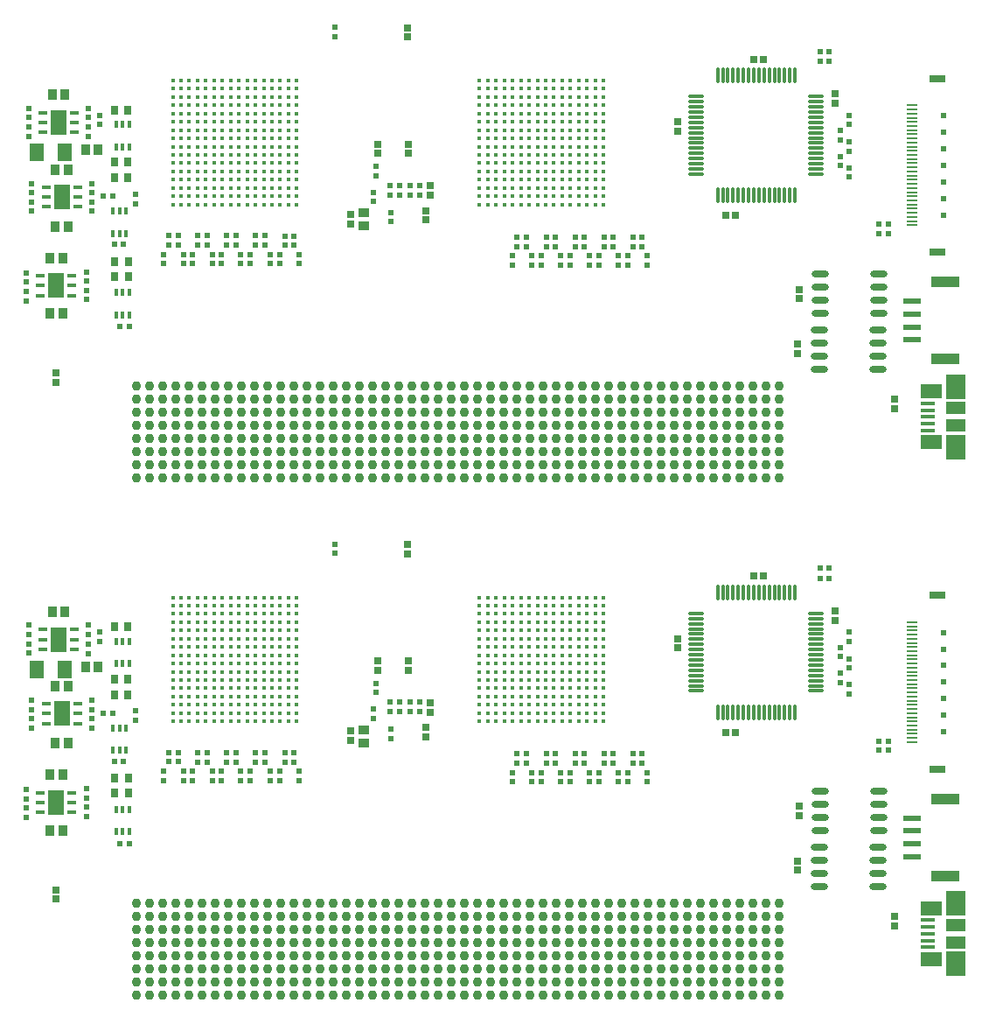
<source format=gtp>
G04 Layer_Color=8421504*
%FSLAX44Y44*%
%MOMM*%
G71*
G01*
G75*
%ADD11R,0.5500X0.5500*%
%ADD12R,0.6400X0.6400*%
%ADD13R,0.6400X0.6400*%
%ADD14O,1.6000X0.3300*%
%ADD15O,0.3300X1.6000*%
%ADD16R,1.9000X1.1750*%
%ADD17R,1.9000X2.3750*%
%ADD18R,2.1000X1.4750*%
%ADD19R,1.3800X0.4500*%
%ADD20R,1.1000X0.2000*%
%ADD21R,1.5500X0.8000*%
%ADD22R,0.6000X0.5000*%
%ADD23R,0.5500X0.5500*%
%ADD24R,0.8000X0.9500*%
%ADD25R,0.4500X0.8000*%
%ADD26R,1.6500X2.4000*%
%ADD27O,0.9000X0.4000*%
%ADD28R,0.9500X1.0000*%
%ADD29R,1.0000X0.9500*%
%ADD31C,0.4000*%
%ADD36O,1.6500X0.6500*%
%ADD37R,2.7000X1.0000*%
%ADD38R,1.7000X0.6000*%
%ADD39R,1.4000X1.8000*%
%ADD88C,0.9350*%
D11*
X607280Y559885D02*
D03*
Y550885D02*
D03*
X376780Y557885D02*
D03*
Y548885D02*
D03*
X342280Y625385D02*
D03*
Y634385D02*
D03*
X839280Y516385D02*
D03*
Y507385D02*
D03*
X830280Y516385D02*
D03*
Y507385D02*
D03*
X867280Y516385D02*
D03*
Y507385D02*
D03*
X858280Y516385D02*
D03*
Y507385D02*
D03*
X844280Y498385D02*
D03*
Y489385D02*
D03*
X825280Y498385D02*
D03*
Y489385D02*
D03*
X811280Y516385D02*
D03*
Y507385D02*
D03*
X802280Y516385D02*
D03*
Y507385D02*
D03*
X872280Y498385D02*
D03*
Y489385D02*
D03*
X853280Y498385D02*
D03*
Y489385D02*
D03*
X783280Y516385D02*
D03*
Y507385D02*
D03*
X774280Y516385D02*
D03*
Y507385D02*
D03*
X760280Y498385D02*
D03*
Y489385D02*
D03*
X741280Y498385D02*
D03*
Y489385D02*
D03*
X755280Y516385D02*
D03*
Y507385D02*
D03*
X746280Y516385D02*
D03*
Y507385D02*
D03*
X769280Y489385D02*
D03*
Y498385D02*
D03*
X788280Y489385D02*
D03*
Y498385D02*
D03*
X797280Y489385D02*
D03*
Y498385D02*
D03*
X816280Y489385D02*
D03*
Y498385D02*
D03*
X1096780Y528885D02*
D03*
Y519885D02*
D03*
X1105784Y528890D02*
D03*
Y519890D02*
D03*
X624280Y540385D02*
D03*
Y531385D02*
D03*
X632780Y557385D02*
D03*
Y566385D02*
D03*
X276280Y550385D02*
D03*
Y541385D02*
D03*
X334280Y550385D02*
D03*
Y541385D02*
D03*
X271030Y463885D02*
D03*
Y454885D02*
D03*
X276280Y559385D02*
D03*
Y568385D02*
D03*
X271030Y472885D02*
D03*
Y481885D02*
D03*
X329030Y482885D02*
D03*
Y473885D02*
D03*
X652280Y566385D02*
D03*
Y557385D02*
D03*
X642780Y557385D02*
D03*
Y566385D02*
D03*
X609280Y584885D02*
D03*
Y575885D02*
D03*
X623280Y566385D02*
D03*
Y557385D02*
D03*
X569780Y710385D02*
D03*
Y719385D02*
D03*
X530080Y517585D02*
D03*
X521080D02*
D03*
X501780Y517685D02*
D03*
Y508685D02*
D03*
X492780Y517685D02*
D03*
Y508685D02*
D03*
X473680Y517685D02*
D03*
X464680Y517685D02*
D03*
X445880Y517685D02*
D03*
Y508685D02*
D03*
X436880Y517685D02*
D03*
Y508685D02*
D03*
X418180Y517785D02*
D03*
Y508785D02*
D03*
X409180Y517785D02*
D03*
Y508785D02*
D03*
X450880Y499685D02*
D03*
Y490685D02*
D03*
X431880Y499685D02*
D03*
Y490685D02*
D03*
X516080Y499585D02*
D03*
Y490585D02*
D03*
X535080Y499585D02*
D03*
Y490585D02*
D03*
X487780Y499685D02*
D03*
Y490685D02*
D03*
X506780Y499685D02*
D03*
Y490685D02*
D03*
X423180Y490785D02*
D03*
Y499785D02*
D03*
X404180Y490785D02*
D03*
Y499785D02*
D03*
X459680Y490685D02*
D03*
Y499685D02*
D03*
X478680Y490685D02*
D03*
Y499685D02*
D03*
X464680Y508685D02*
D03*
X473680Y508685D02*
D03*
X530080Y508585D02*
D03*
X521080D02*
D03*
X1058780Y594385D02*
D03*
Y585385D02*
D03*
X329030Y455885D02*
D03*
Y464885D02*
D03*
X334280Y559385D02*
D03*
Y568385D02*
D03*
X331284Y622640D02*
D03*
Y613640D02*
D03*
Y641140D02*
D03*
Y632140D02*
D03*
X273280Y622885D02*
D03*
Y613885D02*
D03*
X273284Y632140D02*
D03*
Y641140D02*
D03*
X1058780Y619385D02*
D03*
Y610385D02*
D03*
X1067780Y608385D02*
D03*
Y599385D02*
D03*
Y583385D02*
D03*
Y574385D02*
D03*
Y634385D02*
D03*
Y625385D02*
D03*
X607280Y1059875D02*
D03*
Y1050875D02*
D03*
X376780Y1057875D02*
D03*
Y1048875D02*
D03*
X342280Y1125375D02*
D03*
Y1134375D02*
D03*
X839280Y1016375D02*
D03*
Y1007375D02*
D03*
X830280Y1016375D02*
D03*
Y1007375D02*
D03*
X867280Y1016375D02*
D03*
Y1007375D02*
D03*
X858280Y1016375D02*
D03*
Y1007375D02*
D03*
X844280Y998375D02*
D03*
Y989375D02*
D03*
X825280Y998375D02*
D03*
Y989375D02*
D03*
X811280Y1016375D02*
D03*
Y1007375D02*
D03*
X802280Y1016375D02*
D03*
Y1007375D02*
D03*
X872280Y998375D02*
D03*
Y989375D02*
D03*
X853280Y998375D02*
D03*
Y989375D02*
D03*
X783280Y1016375D02*
D03*
Y1007375D02*
D03*
X774280Y1016375D02*
D03*
Y1007375D02*
D03*
X760280Y998375D02*
D03*
Y989375D02*
D03*
X741280Y998375D02*
D03*
Y989375D02*
D03*
X755280Y1016375D02*
D03*
Y1007375D02*
D03*
X746280Y1016375D02*
D03*
Y1007375D02*
D03*
X769280Y989375D02*
D03*
Y998375D02*
D03*
X788280Y989375D02*
D03*
Y998375D02*
D03*
X797280Y989375D02*
D03*
Y998375D02*
D03*
X816280Y989375D02*
D03*
Y998375D02*
D03*
X1096780Y1028875D02*
D03*
Y1019875D02*
D03*
X1105784Y1028880D02*
D03*
Y1019880D02*
D03*
X624280Y1040375D02*
D03*
Y1031375D02*
D03*
X632780Y1057375D02*
D03*
Y1066375D02*
D03*
X276280Y1050375D02*
D03*
Y1041375D02*
D03*
X334280Y1050375D02*
D03*
Y1041375D02*
D03*
X271030Y963875D02*
D03*
Y954875D02*
D03*
X276280Y1059375D02*
D03*
Y1068375D02*
D03*
X271030Y972875D02*
D03*
Y981875D02*
D03*
X329030Y982875D02*
D03*
Y973875D02*
D03*
X652280Y1066375D02*
D03*
Y1057375D02*
D03*
X642780Y1057375D02*
D03*
Y1066375D02*
D03*
X609280Y1084875D02*
D03*
Y1075875D02*
D03*
X623280Y1066375D02*
D03*
Y1057375D02*
D03*
X569780Y1210375D02*
D03*
Y1219375D02*
D03*
X530080Y1017575D02*
D03*
X521080D02*
D03*
X501780Y1017675D02*
D03*
Y1008675D02*
D03*
X492780Y1017675D02*
D03*
Y1008675D02*
D03*
X473680Y1017675D02*
D03*
X464680Y1017675D02*
D03*
X445880Y1017675D02*
D03*
Y1008675D02*
D03*
X436880Y1017675D02*
D03*
Y1008675D02*
D03*
X418180Y1017775D02*
D03*
Y1008775D02*
D03*
X409180Y1017775D02*
D03*
Y1008775D02*
D03*
X450880Y999675D02*
D03*
Y990675D02*
D03*
X431880Y999675D02*
D03*
Y990675D02*
D03*
X516080Y999575D02*
D03*
Y990575D02*
D03*
X535080Y999575D02*
D03*
Y990575D02*
D03*
X487780Y999675D02*
D03*
Y990675D02*
D03*
X506780Y999675D02*
D03*
Y990675D02*
D03*
X423180Y990775D02*
D03*
Y999775D02*
D03*
X404180Y990775D02*
D03*
Y999775D02*
D03*
X459680Y990675D02*
D03*
Y999675D02*
D03*
X478680Y990675D02*
D03*
Y999675D02*
D03*
X464680Y1008675D02*
D03*
X473680Y1008675D02*
D03*
X530080Y1008575D02*
D03*
X521080D02*
D03*
X1058780Y1094375D02*
D03*
Y1085375D02*
D03*
X329030Y955875D02*
D03*
Y964875D02*
D03*
X334280Y1059375D02*
D03*
Y1068375D02*
D03*
X331284Y1122630D02*
D03*
Y1113630D02*
D03*
Y1141130D02*
D03*
Y1132130D02*
D03*
X273280Y1122875D02*
D03*
Y1113875D02*
D03*
X273284Y1132130D02*
D03*
Y1141130D02*
D03*
X1058780Y1119375D02*
D03*
Y1110375D02*
D03*
X1067780Y1108375D02*
D03*
Y1099375D02*
D03*
Y1083375D02*
D03*
Y1074375D02*
D03*
Y1134375D02*
D03*
Y1125375D02*
D03*
D12*
X957280Y537385D02*
D03*
X948280D02*
D03*
X975280Y688385D02*
D03*
X984280D02*
D03*
X957280Y1037375D02*
D03*
X948280D02*
D03*
X975280Y1188375D02*
D03*
X984280D02*
D03*
D13*
X901280Y618885D02*
D03*
Y627885D02*
D03*
X1053780Y654885D02*
D03*
Y645885D02*
D03*
X1111280Y350385D02*
D03*
Y359385D02*
D03*
X640780Y606385D02*
D03*
Y597385D02*
D03*
X611280Y606385D02*
D03*
Y597385D02*
D03*
X662280Y565885D02*
D03*
Y556885D02*
D03*
X657780Y541885D02*
D03*
Y532885D02*
D03*
X584780Y538385D02*
D03*
Y529385D02*
D03*
X1019280Y465885D02*
D03*
Y456885D02*
D03*
X1017780Y412885D02*
D03*
Y403885D02*
D03*
X640280Y718885D02*
D03*
Y709885D02*
D03*
X299280Y375885D02*
D03*
Y384885D02*
D03*
X901280Y1118875D02*
D03*
Y1127875D02*
D03*
X1053780Y1154875D02*
D03*
Y1145875D02*
D03*
X1111280Y850375D02*
D03*
Y859375D02*
D03*
X640780Y1106375D02*
D03*
Y1097375D02*
D03*
X611280Y1106375D02*
D03*
Y1097375D02*
D03*
X662280Y1065875D02*
D03*
Y1056875D02*
D03*
X657780Y1041875D02*
D03*
Y1032875D02*
D03*
X584780Y1038375D02*
D03*
Y1029375D02*
D03*
X1019280Y965875D02*
D03*
Y956875D02*
D03*
X1017780Y912875D02*
D03*
Y903875D02*
D03*
X640280Y1218875D02*
D03*
Y1209875D02*
D03*
X299280Y875875D02*
D03*
Y884875D02*
D03*
D14*
X919780Y627385D02*
D03*
Y617385D02*
D03*
Y612385D02*
D03*
Y582385D02*
D03*
Y592385D02*
D03*
Y597385D02*
D03*
Y602385D02*
D03*
Y607385D02*
D03*
Y632385D02*
D03*
X1035780Y577385D02*
D03*
Y582385D02*
D03*
Y652385D02*
D03*
Y647385D02*
D03*
Y642385D02*
D03*
Y637385D02*
D03*
Y622385D02*
D03*
Y597385D02*
D03*
X919780Y577385D02*
D03*
Y587385D02*
D03*
Y622385D02*
D03*
Y637385D02*
D03*
Y642385D02*
D03*
Y647385D02*
D03*
Y652385D02*
D03*
X1035780Y632385D02*
D03*
Y627385D02*
D03*
Y617385D02*
D03*
Y612385D02*
D03*
Y607385D02*
D03*
Y602385D02*
D03*
Y592385D02*
D03*
Y587385D02*
D03*
X919780Y1127375D02*
D03*
Y1117375D02*
D03*
Y1112375D02*
D03*
Y1082375D02*
D03*
Y1092375D02*
D03*
Y1097375D02*
D03*
Y1102375D02*
D03*
Y1107375D02*
D03*
Y1132375D02*
D03*
X1035780Y1077375D02*
D03*
Y1082375D02*
D03*
Y1152375D02*
D03*
Y1147375D02*
D03*
Y1142375D02*
D03*
Y1137375D02*
D03*
Y1122375D02*
D03*
Y1097375D02*
D03*
X919780Y1077375D02*
D03*
Y1087375D02*
D03*
Y1122375D02*
D03*
Y1137375D02*
D03*
Y1142375D02*
D03*
Y1147375D02*
D03*
Y1152375D02*
D03*
X1035780Y1132375D02*
D03*
Y1127375D02*
D03*
Y1117375D02*
D03*
Y1112375D02*
D03*
Y1107375D02*
D03*
Y1102375D02*
D03*
Y1092375D02*
D03*
Y1087375D02*
D03*
D15*
X1005280Y556885D02*
D03*
X1000280D02*
D03*
X990280D02*
D03*
X985280D02*
D03*
X950280D02*
D03*
X955280D02*
D03*
X965280D02*
D03*
X970280D02*
D03*
X975280D02*
D03*
X980280D02*
D03*
X1010280D02*
D03*
X1015280D02*
D03*
X995280D02*
D03*
X960280D02*
D03*
X945280D02*
D03*
X940280D02*
D03*
Y672885D02*
D03*
X945280D02*
D03*
X950280D02*
D03*
X955280D02*
D03*
X960280D02*
D03*
X965280D02*
D03*
X970280D02*
D03*
X975280D02*
D03*
X980280D02*
D03*
X985280D02*
D03*
X990280D02*
D03*
X995280D02*
D03*
X1000280D02*
D03*
X1005280D02*
D03*
X1010280D02*
D03*
X1015280D02*
D03*
X1005280Y1056875D02*
D03*
X1000280D02*
D03*
X990280D02*
D03*
X985280D02*
D03*
X950280D02*
D03*
X955280D02*
D03*
X965280D02*
D03*
X970280D02*
D03*
X975280D02*
D03*
X980280D02*
D03*
X1010280D02*
D03*
X1015280D02*
D03*
X995280D02*
D03*
X960280D02*
D03*
X945280D02*
D03*
X940280D02*
D03*
Y1172875D02*
D03*
X945280D02*
D03*
X950280D02*
D03*
X955280D02*
D03*
X960280D02*
D03*
X965280D02*
D03*
X970280D02*
D03*
X975280D02*
D03*
X980280D02*
D03*
X985280D02*
D03*
X990280D02*
D03*
X995280D02*
D03*
X1000280D02*
D03*
X1005280D02*
D03*
X1010280D02*
D03*
X1015280D02*
D03*
D16*
X1170600Y350875D02*
D03*
Y334125D02*
D03*
Y850865D02*
D03*
Y834115D02*
D03*
D17*
Y371625D02*
D03*
Y313375D02*
D03*
Y871615D02*
D03*
Y813365D02*
D03*
D18*
X1147600Y367125D02*
D03*
Y317875D02*
D03*
Y867115D02*
D03*
Y817865D02*
D03*
D19*
X1144000Y355500D02*
D03*
Y349000D02*
D03*
Y342500D02*
D03*
Y336000D02*
D03*
Y329500D02*
D03*
Y855490D02*
D03*
Y848990D02*
D03*
Y842490D02*
D03*
Y835990D02*
D03*
Y829490D02*
D03*
D20*
X1128780Y603885D02*
D03*
Y599885D02*
D03*
Y595885D02*
D03*
Y591885D02*
D03*
Y587885D02*
D03*
Y583885D02*
D03*
Y579885D02*
D03*
Y575885D02*
D03*
Y571885D02*
D03*
Y567885D02*
D03*
Y563885D02*
D03*
Y559885D02*
D03*
Y555885D02*
D03*
Y551885D02*
D03*
Y547885D02*
D03*
Y543885D02*
D03*
Y539885D02*
D03*
Y535885D02*
D03*
Y531885D02*
D03*
Y527885D02*
D03*
Y627885D02*
D03*
Y623885D02*
D03*
Y635885D02*
D03*
Y631885D02*
D03*
Y611885D02*
D03*
Y607885D02*
D03*
Y619885D02*
D03*
Y615885D02*
D03*
Y643885D02*
D03*
Y639885D02*
D03*
Y1103875D02*
D03*
Y1099875D02*
D03*
Y1095875D02*
D03*
Y1091875D02*
D03*
Y1087875D02*
D03*
Y1083875D02*
D03*
Y1079875D02*
D03*
Y1075875D02*
D03*
Y1071875D02*
D03*
Y1067875D02*
D03*
Y1063875D02*
D03*
Y1059875D02*
D03*
Y1055875D02*
D03*
Y1051875D02*
D03*
Y1047875D02*
D03*
Y1043875D02*
D03*
Y1039875D02*
D03*
Y1035875D02*
D03*
Y1031875D02*
D03*
Y1027875D02*
D03*
Y1127875D02*
D03*
Y1123875D02*
D03*
Y1135875D02*
D03*
Y1131875D02*
D03*
Y1111875D02*
D03*
Y1107875D02*
D03*
Y1119875D02*
D03*
Y1115875D02*
D03*
Y1143875D02*
D03*
Y1139875D02*
D03*
D21*
X1152780Y669885D02*
D03*
Y501885D02*
D03*
Y1169875D02*
D03*
Y1001875D02*
D03*
D22*
X1159080Y585885D02*
D03*
Y601885D02*
D03*
Y617885D02*
D03*
Y633885D02*
D03*
Y569885D02*
D03*
Y553885D02*
D03*
Y537885D02*
D03*
Y1085875D02*
D03*
Y1101875D02*
D03*
Y1117875D02*
D03*
Y1133875D02*
D03*
Y1069875D02*
D03*
Y1053875D02*
D03*
Y1037875D02*
D03*
D23*
X1039280Y695885D02*
D03*
X1048280D02*
D03*
X1048285Y686381D02*
D03*
X1039285D02*
D03*
X370780Y429885D02*
D03*
X361780D02*
D03*
X365280Y509385D02*
D03*
X356280D02*
D03*
X354780Y555885D02*
D03*
X345780D02*
D03*
X1039280Y1195875D02*
D03*
X1048280D02*
D03*
X1048285Y1186371D02*
D03*
X1039285D02*
D03*
X370780Y929875D02*
D03*
X361780D02*
D03*
X365280Y1009375D02*
D03*
X356280D02*
D03*
X354780Y1055875D02*
D03*
X345780D02*
D03*
D24*
X356780Y492885D02*
D03*
X369780D02*
D03*
X356780Y478385D02*
D03*
X369780D02*
D03*
X356280Y588885D02*
D03*
X369280D02*
D03*
X356280Y573885D02*
D03*
X369280D02*
D03*
X356280Y639385D02*
D03*
X369280D02*
D03*
X356780Y992875D02*
D03*
X369780D02*
D03*
X356780Y978375D02*
D03*
X369780D02*
D03*
X356280Y1088875D02*
D03*
X369280D02*
D03*
X356280Y1073875D02*
D03*
X369280D02*
D03*
X356280Y1139375D02*
D03*
X369280D02*
D03*
D25*
X357785Y441131D02*
D03*
X364285D02*
D03*
X370785D02*
D03*
Y462631D02*
D03*
X364285D02*
D03*
X357785D02*
D03*
X367785Y541639D02*
D03*
X361285D02*
D03*
X354785D02*
D03*
Y520139D02*
D03*
X361285D02*
D03*
X367785D02*
D03*
X357785Y603631D02*
D03*
X364285D02*
D03*
X370785D02*
D03*
Y625131D02*
D03*
X364285D02*
D03*
X357785D02*
D03*
X357785Y941121D02*
D03*
X364285D02*
D03*
X370785D02*
D03*
Y962621D02*
D03*
X364285D02*
D03*
X357785D02*
D03*
X367785Y1041629D02*
D03*
X361285D02*
D03*
X354785D02*
D03*
Y1020129D02*
D03*
X361285D02*
D03*
X367785D02*
D03*
X357785Y1103621D02*
D03*
X364285D02*
D03*
X370785D02*
D03*
Y1125121D02*
D03*
X364285D02*
D03*
X357785D02*
D03*
D26*
X305280Y555385D02*
D03*
X299780Y469385D02*
D03*
X302280Y627135D02*
D03*
X305280Y1055375D02*
D03*
X299780Y969375D02*
D03*
X302280Y1127125D02*
D03*
D27*
X320530Y564885D02*
D03*
Y555385D02*
D03*
Y545885D02*
D03*
X290030D02*
D03*
Y555385D02*
D03*
Y564885D02*
D03*
X315030Y478885D02*
D03*
Y469385D02*
D03*
Y459885D02*
D03*
X284530D02*
D03*
Y469385D02*
D03*
Y478885D02*
D03*
X317530Y636635D02*
D03*
Y627135D02*
D03*
Y617635D02*
D03*
X287030D02*
D03*
Y627135D02*
D03*
Y636635D02*
D03*
X320530Y1064875D02*
D03*
Y1055375D02*
D03*
Y1045875D02*
D03*
X290030D02*
D03*
Y1055375D02*
D03*
Y1064875D02*
D03*
X315030Y978875D02*
D03*
Y969375D02*
D03*
Y959875D02*
D03*
X284530D02*
D03*
Y969375D02*
D03*
Y978875D02*
D03*
X317530Y1136625D02*
D03*
Y1127125D02*
D03*
Y1117625D02*
D03*
X287030D02*
D03*
Y1127125D02*
D03*
Y1136625D02*
D03*
D28*
X299030Y526885D02*
D03*
X311530D02*
D03*
X299030Y581885D02*
D03*
X311530D02*
D03*
X293530Y442385D02*
D03*
X306030D02*
D03*
X293530Y496385D02*
D03*
X306030D02*
D03*
X340530Y600885D02*
D03*
X328030D02*
D03*
X296034Y654140D02*
D03*
X308534D02*
D03*
X299030Y1026875D02*
D03*
X311530D02*
D03*
X299030Y1081875D02*
D03*
X311530D02*
D03*
X293530Y942375D02*
D03*
X306030D02*
D03*
X293530Y996375D02*
D03*
X306030D02*
D03*
X340530Y1100875D02*
D03*
X328030D02*
D03*
X296034Y1154130D02*
D03*
X308534D02*
D03*
D29*
X597280Y527135D02*
D03*
Y539635D02*
D03*
Y1027125D02*
D03*
Y1039625D02*
D03*
D31*
X532780Y547885D02*
D03*
X524780D02*
D03*
X516780D02*
D03*
X508780D02*
D03*
X500780D02*
D03*
X492780D02*
D03*
X484780D02*
D03*
X476780D02*
D03*
X468780D02*
D03*
X460780D02*
D03*
X452780D02*
D03*
X444780D02*
D03*
X436780D02*
D03*
X428780D02*
D03*
X420780D02*
D03*
X412780D02*
D03*
X532780Y555885D02*
D03*
X524780D02*
D03*
X516780D02*
D03*
X508780D02*
D03*
X500780D02*
D03*
X492780D02*
D03*
X484780D02*
D03*
X476780D02*
D03*
X468780D02*
D03*
X460780D02*
D03*
X452780D02*
D03*
X444780D02*
D03*
X436780D02*
D03*
X428780D02*
D03*
X420780D02*
D03*
X412780D02*
D03*
X532780Y563885D02*
D03*
X524780D02*
D03*
X516780D02*
D03*
X508780D02*
D03*
X500780D02*
D03*
X492780D02*
D03*
X484780D02*
D03*
X476780D02*
D03*
X468780D02*
D03*
X460780D02*
D03*
X452780D02*
D03*
X444780D02*
D03*
X436780D02*
D03*
X428780D02*
D03*
X420780D02*
D03*
X412780D02*
D03*
X532780Y571885D02*
D03*
X524780D02*
D03*
X516780D02*
D03*
X508780D02*
D03*
X500780D02*
D03*
X492780D02*
D03*
X484780D02*
D03*
X476780D02*
D03*
X468780D02*
D03*
X460780D02*
D03*
X452780D02*
D03*
X444780D02*
D03*
X436780D02*
D03*
X428780D02*
D03*
X420780D02*
D03*
X412780D02*
D03*
X532780Y579885D02*
D03*
X524780D02*
D03*
X516780D02*
D03*
X508780D02*
D03*
X500780D02*
D03*
X492780D02*
D03*
X484780D02*
D03*
X476780D02*
D03*
X468780D02*
D03*
X460780D02*
D03*
X452780D02*
D03*
X444780D02*
D03*
X436780D02*
D03*
X428780D02*
D03*
X420780D02*
D03*
X412780D02*
D03*
X532780Y587885D02*
D03*
X524780D02*
D03*
X516780D02*
D03*
X508780D02*
D03*
X500780D02*
D03*
X492780D02*
D03*
X484780D02*
D03*
X476780D02*
D03*
X468780D02*
D03*
X460780D02*
D03*
X452780D02*
D03*
X444780D02*
D03*
X436780D02*
D03*
X428780D02*
D03*
X420780D02*
D03*
X412780D02*
D03*
X532780Y595885D02*
D03*
X524780D02*
D03*
X516780D02*
D03*
X508780D02*
D03*
X500780D02*
D03*
X492780D02*
D03*
X484780D02*
D03*
X476780D02*
D03*
X468780D02*
D03*
X460780D02*
D03*
X452780D02*
D03*
X444780D02*
D03*
X436780D02*
D03*
X428780D02*
D03*
X420780D02*
D03*
X412780D02*
D03*
X532780Y603885D02*
D03*
X524780D02*
D03*
X516780D02*
D03*
X508780D02*
D03*
X500780D02*
D03*
X492780D02*
D03*
X484780D02*
D03*
X476780D02*
D03*
X468780D02*
D03*
X460780D02*
D03*
X452780D02*
D03*
X444780D02*
D03*
X436780D02*
D03*
X428780D02*
D03*
X420780D02*
D03*
X412780D02*
D03*
X532780Y611885D02*
D03*
X524780D02*
D03*
X516780D02*
D03*
X508780D02*
D03*
X500780D02*
D03*
X492780D02*
D03*
X484780D02*
D03*
X476780D02*
D03*
X468780D02*
D03*
X460780D02*
D03*
X452780D02*
D03*
X444780D02*
D03*
X436780D02*
D03*
X428780D02*
D03*
X420780D02*
D03*
X412780D02*
D03*
X532780Y619885D02*
D03*
X524780D02*
D03*
X516780D02*
D03*
X508780D02*
D03*
X500780D02*
D03*
X492780D02*
D03*
X484780D02*
D03*
X476780D02*
D03*
X468780D02*
D03*
X460780D02*
D03*
X452780D02*
D03*
X444780D02*
D03*
X436780D02*
D03*
X428780D02*
D03*
X420780D02*
D03*
X412780D02*
D03*
X532780Y627885D02*
D03*
X524780D02*
D03*
X516780D02*
D03*
X508780D02*
D03*
X500780D02*
D03*
X492780D02*
D03*
X484780D02*
D03*
X476780D02*
D03*
X468780D02*
D03*
X460780D02*
D03*
X452780D02*
D03*
X444780D02*
D03*
X436780D02*
D03*
X428780D02*
D03*
X420780D02*
D03*
X412780D02*
D03*
X532780Y635885D02*
D03*
X524780D02*
D03*
X516780D02*
D03*
X508780D02*
D03*
X500780D02*
D03*
X492780D02*
D03*
X484780D02*
D03*
X476780D02*
D03*
X468780D02*
D03*
X460780D02*
D03*
X452780D02*
D03*
X444780D02*
D03*
X436780D02*
D03*
X428780D02*
D03*
X420780D02*
D03*
X412780D02*
D03*
X532780Y643885D02*
D03*
X524780D02*
D03*
X516780D02*
D03*
X508780D02*
D03*
X500780D02*
D03*
X492780D02*
D03*
X484780D02*
D03*
X476780D02*
D03*
X468780D02*
D03*
X460780D02*
D03*
X452780D02*
D03*
X444780D02*
D03*
X436780D02*
D03*
X428780D02*
D03*
X420780D02*
D03*
X412780D02*
D03*
X532780Y651885D02*
D03*
X524780D02*
D03*
X516780D02*
D03*
X508780D02*
D03*
X500780D02*
D03*
X492780D02*
D03*
X484780D02*
D03*
X476780D02*
D03*
X468780D02*
D03*
X460780D02*
D03*
X452780D02*
D03*
X444780D02*
D03*
X436780D02*
D03*
X428780D02*
D03*
X420780D02*
D03*
X412780D02*
D03*
X532780Y659885D02*
D03*
X524780D02*
D03*
X516780D02*
D03*
X508780D02*
D03*
X500780D02*
D03*
X492780D02*
D03*
X484780D02*
D03*
X476780D02*
D03*
X468780D02*
D03*
X460780D02*
D03*
X452780D02*
D03*
X444780D02*
D03*
X436780D02*
D03*
X428780D02*
D03*
X420780D02*
D03*
X412780D02*
D03*
X532780Y667885D02*
D03*
X524780D02*
D03*
X516780D02*
D03*
X508780D02*
D03*
X500780D02*
D03*
X492780D02*
D03*
X484780D02*
D03*
X476780D02*
D03*
X468780D02*
D03*
X460780D02*
D03*
X452780D02*
D03*
X444780D02*
D03*
X436780D02*
D03*
X428780D02*
D03*
X420780D02*
D03*
X412780D02*
D03*
X829780Y547885D02*
D03*
X821780D02*
D03*
X813780D02*
D03*
X805780D02*
D03*
X797780D02*
D03*
X789780D02*
D03*
X781780D02*
D03*
X773780D02*
D03*
X765780D02*
D03*
X757780D02*
D03*
X749780D02*
D03*
X741780D02*
D03*
X733780D02*
D03*
X725780D02*
D03*
X717780D02*
D03*
X709780D02*
D03*
X829780Y555885D02*
D03*
X821780D02*
D03*
X813780D02*
D03*
X805780D02*
D03*
X797780D02*
D03*
X789780D02*
D03*
X781780D02*
D03*
X773780D02*
D03*
X765780D02*
D03*
X757780D02*
D03*
X749780D02*
D03*
X741780D02*
D03*
X733780D02*
D03*
X725780D02*
D03*
X717780D02*
D03*
X709780D02*
D03*
X829780Y563885D02*
D03*
X821780D02*
D03*
X813780D02*
D03*
X805780D02*
D03*
X797780D02*
D03*
X789780D02*
D03*
X781780D02*
D03*
X773780D02*
D03*
X765780D02*
D03*
X757780D02*
D03*
X749780D02*
D03*
X741780D02*
D03*
X733780D02*
D03*
X725780D02*
D03*
X717780D02*
D03*
X709780D02*
D03*
X829780Y571885D02*
D03*
X821780D02*
D03*
X813780D02*
D03*
X805780D02*
D03*
X797780D02*
D03*
X789780D02*
D03*
X781780D02*
D03*
X773780D02*
D03*
X765780D02*
D03*
X757780D02*
D03*
X749780D02*
D03*
X741780D02*
D03*
X733780D02*
D03*
X725780D02*
D03*
X717780D02*
D03*
X709780D02*
D03*
X829780Y579885D02*
D03*
X821780D02*
D03*
X813780D02*
D03*
X805780D02*
D03*
X797780D02*
D03*
X789780D02*
D03*
X781780D02*
D03*
X773780D02*
D03*
X765780D02*
D03*
X757780D02*
D03*
X749780D02*
D03*
X741780D02*
D03*
X733780D02*
D03*
X725780D02*
D03*
X717780D02*
D03*
X709780D02*
D03*
X829780Y587885D02*
D03*
X821780D02*
D03*
X813780D02*
D03*
X805780D02*
D03*
X797780D02*
D03*
X789780D02*
D03*
X781780D02*
D03*
X773780D02*
D03*
X765780D02*
D03*
X757780D02*
D03*
X749780D02*
D03*
X741780D02*
D03*
X733780D02*
D03*
X725780D02*
D03*
X717780D02*
D03*
X709780D02*
D03*
X829780Y595885D02*
D03*
X821780D02*
D03*
X813780D02*
D03*
X805780D02*
D03*
X797780D02*
D03*
X789780D02*
D03*
X781780D02*
D03*
X773780D02*
D03*
X765780D02*
D03*
X757780D02*
D03*
X749780D02*
D03*
X741780D02*
D03*
X733780D02*
D03*
X725780D02*
D03*
X717780D02*
D03*
X709780D02*
D03*
X829780Y603885D02*
D03*
X821780D02*
D03*
X813780D02*
D03*
X805780D02*
D03*
X797780D02*
D03*
X789780D02*
D03*
X781780D02*
D03*
X773780D02*
D03*
X765780D02*
D03*
X757780D02*
D03*
X749780D02*
D03*
X741780D02*
D03*
X733780D02*
D03*
X725780D02*
D03*
X717780D02*
D03*
X709780D02*
D03*
X829780Y611885D02*
D03*
X821780D02*
D03*
X813780D02*
D03*
X805780D02*
D03*
X797780D02*
D03*
X789780D02*
D03*
X781780D02*
D03*
X773780D02*
D03*
X765780D02*
D03*
X757780D02*
D03*
X749780D02*
D03*
X741780D02*
D03*
X733780D02*
D03*
X725780D02*
D03*
X717780D02*
D03*
X709780D02*
D03*
X829780Y619885D02*
D03*
X821780D02*
D03*
X813780D02*
D03*
X805780D02*
D03*
X797780D02*
D03*
X789780D02*
D03*
X781780D02*
D03*
X773780D02*
D03*
X765780D02*
D03*
X757780D02*
D03*
X749780D02*
D03*
X741780D02*
D03*
X733780D02*
D03*
X725780D02*
D03*
X717780D02*
D03*
X709780D02*
D03*
X829780Y627885D02*
D03*
X821780D02*
D03*
X813780D02*
D03*
X805780D02*
D03*
X797780D02*
D03*
X789780D02*
D03*
X781780D02*
D03*
X773780D02*
D03*
X765780D02*
D03*
X757780D02*
D03*
X749780D02*
D03*
X741780D02*
D03*
X733780D02*
D03*
X725780D02*
D03*
X717780D02*
D03*
X709780D02*
D03*
X829780Y635885D02*
D03*
X821780D02*
D03*
X813780D02*
D03*
X805780D02*
D03*
X797780D02*
D03*
X789780D02*
D03*
X781780D02*
D03*
X773780D02*
D03*
X765780D02*
D03*
X757780D02*
D03*
X749780D02*
D03*
X741780D02*
D03*
X733780D02*
D03*
X725780D02*
D03*
X717780D02*
D03*
X709780D02*
D03*
X829780Y643885D02*
D03*
X821780D02*
D03*
X813780D02*
D03*
X805780D02*
D03*
X797780D02*
D03*
X789780D02*
D03*
X781780D02*
D03*
X773780D02*
D03*
X765780D02*
D03*
X757780D02*
D03*
X749780D02*
D03*
X741780D02*
D03*
X733780D02*
D03*
X725780D02*
D03*
X717780D02*
D03*
X709780D02*
D03*
X829780Y651885D02*
D03*
X821780D02*
D03*
X813780D02*
D03*
X805780D02*
D03*
X797780D02*
D03*
X789780D02*
D03*
X781780D02*
D03*
X773780D02*
D03*
X765780D02*
D03*
X757780D02*
D03*
X749780D02*
D03*
X741780D02*
D03*
X733780D02*
D03*
X725780D02*
D03*
X717780D02*
D03*
X709780D02*
D03*
X829780Y659885D02*
D03*
X821780D02*
D03*
X813780D02*
D03*
X805780D02*
D03*
X797780D02*
D03*
X789780D02*
D03*
X781780D02*
D03*
X773780D02*
D03*
X765780D02*
D03*
X757780D02*
D03*
X749780D02*
D03*
X741780D02*
D03*
X733780D02*
D03*
X725780D02*
D03*
X717780D02*
D03*
X709780D02*
D03*
X829780Y667885D02*
D03*
X821780D02*
D03*
X813780D02*
D03*
X805780D02*
D03*
X797780D02*
D03*
X789780D02*
D03*
X781780D02*
D03*
X773780D02*
D03*
X765780D02*
D03*
X757780D02*
D03*
X749780D02*
D03*
X741780D02*
D03*
X733780D02*
D03*
X725780D02*
D03*
X717780D02*
D03*
X709780D02*
D03*
X532780Y1047875D02*
D03*
X524780D02*
D03*
X516780D02*
D03*
X508780D02*
D03*
X500780D02*
D03*
X492780D02*
D03*
X484780D02*
D03*
X476780D02*
D03*
X468780D02*
D03*
X460780D02*
D03*
X452780D02*
D03*
X444780D02*
D03*
X436780D02*
D03*
X428780D02*
D03*
X420780D02*
D03*
X412780D02*
D03*
X532780Y1055875D02*
D03*
X524780D02*
D03*
X516780D02*
D03*
X508780D02*
D03*
X500780D02*
D03*
X492780D02*
D03*
X484780D02*
D03*
X476780D02*
D03*
X468780D02*
D03*
X460780D02*
D03*
X452780D02*
D03*
X444780D02*
D03*
X436780D02*
D03*
X428780D02*
D03*
X420780D02*
D03*
X412780D02*
D03*
X532780Y1063875D02*
D03*
X524780D02*
D03*
X516780D02*
D03*
X508780D02*
D03*
X500780D02*
D03*
X492780D02*
D03*
X484780D02*
D03*
X476780D02*
D03*
X468780D02*
D03*
X460780D02*
D03*
X452780D02*
D03*
X444780D02*
D03*
X436780D02*
D03*
X428780D02*
D03*
X420780D02*
D03*
X412780D02*
D03*
X532780Y1071875D02*
D03*
X524780D02*
D03*
X516780D02*
D03*
X508780D02*
D03*
X500780D02*
D03*
X492780D02*
D03*
X484780D02*
D03*
X476780D02*
D03*
X468780D02*
D03*
X460780D02*
D03*
X452780D02*
D03*
X444780D02*
D03*
X436780D02*
D03*
X428780D02*
D03*
X420780D02*
D03*
X412780D02*
D03*
X532780Y1079875D02*
D03*
X524780D02*
D03*
X516780D02*
D03*
X508780D02*
D03*
X500780D02*
D03*
X492780D02*
D03*
X484780D02*
D03*
X476780D02*
D03*
X468780D02*
D03*
X460780D02*
D03*
X452780D02*
D03*
X444780D02*
D03*
X436780D02*
D03*
X428780D02*
D03*
X420780D02*
D03*
X412780D02*
D03*
X532780Y1087875D02*
D03*
X524780D02*
D03*
X516780D02*
D03*
X508780D02*
D03*
X500780D02*
D03*
X492780D02*
D03*
X484780D02*
D03*
X476780D02*
D03*
X468780D02*
D03*
X460780D02*
D03*
X452780D02*
D03*
X444780D02*
D03*
X436780D02*
D03*
X428780D02*
D03*
X420780D02*
D03*
X412780D02*
D03*
X532780Y1095875D02*
D03*
X524780D02*
D03*
X516780D02*
D03*
X508780D02*
D03*
X500780D02*
D03*
X492780D02*
D03*
X484780D02*
D03*
X476780D02*
D03*
X468780D02*
D03*
X460780D02*
D03*
X452780D02*
D03*
X444780D02*
D03*
X436780D02*
D03*
X428780D02*
D03*
X420780D02*
D03*
X412780D02*
D03*
X532780Y1103875D02*
D03*
X524780D02*
D03*
X516780D02*
D03*
X508780D02*
D03*
X500780D02*
D03*
X492780D02*
D03*
X484780D02*
D03*
X476780D02*
D03*
X468780D02*
D03*
X460780D02*
D03*
X452780D02*
D03*
X444780D02*
D03*
X436780D02*
D03*
X428780D02*
D03*
X420780D02*
D03*
X412780D02*
D03*
X532780Y1111875D02*
D03*
X524780D02*
D03*
X516780D02*
D03*
X508780D02*
D03*
X500780D02*
D03*
X492780D02*
D03*
X484780D02*
D03*
X476780D02*
D03*
X468780D02*
D03*
X460780D02*
D03*
X452780D02*
D03*
X444780D02*
D03*
X436780D02*
D03*
X428780D02*
D03*
X420780D02*
D03*
X412780D02*
D03*
X532780Y1119875D02*
D03*
X524780D02*
D03*
X516780D02*
D03*
X508780D02*
D03*
X500780D02*
D03*
X492780D02*
D03*
X484780D02*
D03*
X476780D02*
D03*
X468780D02*
D03*
X460780D02*
D03*
X452780D02*
D03*
X444780D02*
D03*
X436780D02*
D03*
X428780D02*
D03*
X420780D02*
D03*
X412780D02*
D03*
X532780Y1127875D02*
D03*
X524780D02*
D03*
X516780D02*
D03*
X508780D02*
D03*
X500780D02*
D03*
X492780D02*
D03*
X484780D02*
D03*
X476780D02*
D03*
X468780D02*
D03*
X460780D02*
D03*
X452780D02*
D03*
X444780D02*
D03*
X436780D02*
D03*
X428780D02*
D03*
X420780D02*
D03*
X412780D02*
D03*
X532780Y1135875D02*
D03*
X524780D02*
D03*
X516780D02*
D03*
X508780D02*
D03*
X500780D02*
D03*
X492780D02*
D03*
X484780D02*
D03*
X476780D02*
D03*
X468780D02*
D03*
X460780D02*
D03*
X452780D02*
D03*
X444780D02*
D03*
X436780D02*
D03*
X428780D02*
D03*
X420780D02*
D03*
X412780D02*
D03*
X532780Y1143875D02*
D03*
X524780D02*
D03*
X516780D02*
D03*
X508780D02*
D03*
X500780D02*
D03*
X492780D02*
D03*
X484780D02*
D03*
X476780D02*
D03*
X468780D02*
D03*
X460780D02*
D03*
X452780D02*
D03*
X444780D02*
D03*
X436780D02*
D03*
X428780D02*
D03*
X420780D02*
D03*
X412780D02*
D03*
X532780Y1151875D02*
D03*
X524780D02*
D03*
X516780D02*
D03*
X508780D02*
D03*
X500780D02*
D03*
X492780D02*
D03*
X484780D02*
D03*
X476780D02*
D03*
X468780D02*
D03*
X460780D02*
D03*
X452780D02*
D03*
X444780D02*
D03*
X436780D02*
D03*
X428780D02*
D03*
X420780D02*
D03*
X412780D02*
D03*
X532780Y1159875D02*
D03*
X524780D02*
D03*
X516780D02*
D03*
X508780D02*
D03*
X500780D02*
D03*
X492780D02*
D03*
X484780D02*
D03*
X476780D02*
D03*
X468780D02*
D03*
X460780D02*
D03*
X452780D02*
D03*
X444780D02*
D03*
X436780D02*
D03*
X428780D02*
D03*
X420780D02*
D03*
X412780D02*
D03*
X532780Y1167875D02*
D03*
X524780D02*
D03*
X516780D02*
D03*
X508780D02*
D03*
X500780D02*
D03*
X492780D02*
D03*
X484780D02*
D03*
X476780D02*
D03*
X468780D02*
D03*
X460780D02*
D03*
X452780D02*
D03*
X444780D02*
D03*
X436780D02*
D03*
X428780D02*
D03*
X420780D02*
D03*
X412780D02*
D03*
X829780Y1047875D02*
D03*
X821780D02*
D03*
X813780D02*
D03*
X805780D02*
D03*
X797780D02*
D03*
X789780D02*
D03*
X781780D02*
D03*
X773780D02*
D03*
X765780D02*
D03*
X757780D02*
D03*
X749780D02*
D03*
X741780D02*
D03*
X733780D02*
D03*
X725780D02*
D03*
X717780D02*
D03*
X709780D02*
D03*
X829780Y1055875D02*
D03*
X821780D02*
D03*
X813780D02*
D03*
X805780D02*
D03*
X797780D02*
D03*
X789780D02*
D03*
X781780D02*
D03*
X773780D02*
D03*
X765780D02*
D03*
X757780D02*
D03*
X749780D02*
D03*
X741780D02*
D03*
X733780D02*
D03*
X725780D02*
D03*
X717780D02*
D03*
X709780D02*
D03*
X829780Y1063875D02*
D03*
X821780D02*
D03*
X813780D02*
D03*
X805780D02*
D03*
X797780D02*
D03*
X789780D02*
D03*
X781780D02*
D03*
X773780D02*
D03*
X765780D02*
D03*
X757780D02*
D03*
X749780D02*
D03*
X741780D02*
D03*
X733780D02*
D03*
X725780D02*
D03*
X717780D02*
D03*
X709780D02*
D03*
X829780Y1071875D02*
D03*
X821780D02*
D03*
X813780D02*
D03*
X805780D02*
D03*
X797780D02*
D03*
X789780D02*
D03*
X781780D02*
D03*
X773780D02*
D03*
X765780D02*
D03*
X757780D02*
D03*
X749780D02*
D03*
X741780D02*
D03*
X733780D02*
D03*
X725780D02*
D03*
X717780D02*
D03*
X709780D02*
D03*
X829780Y1079875D02*
D03*
X821780D02*
D03*
X813780D02*
D03*
X805780D02*
D03*
X797780D02*
D03*
X789780D02*
D03*
X781780D02*
D03*
X773780D02*
D03*
X765780D02*
D03*
X757780D02*
D03*
X749780D02*
D03*
X741780D02*
D03*
X733780D02*
D03*
X725780D02*
D03*
X717780D02*
D03*
X709780D02*
D03*
X829780Y1087875D02*
D03*
X821780D02*
D03*
X813780D02*
D03*
X805780D02*
D03*
X797780D02*
D03*
X789780D02*
D03*
X781780D02*
D03*
X773780D02*
D03*
X765780D02*
D03*
X757780D02*
D03*
X749780D02*
D03*
X741780D02*
D03*
X733780D02*
D03*
X725780D02*
D03*
X717780D02*
D03*
X709780D02*
D03*
X829780Y1095875D02*
D03*
X821780D02*
D03*
X813780D02*
D03*
X805780D02*
D03*
X797780D02*
D03*
X789780D02*
D03*
X781780D02*
D03*
X773780D02*
D03*
X765780D02*
D03*
X757780D02*
D03*
X749780D02*
D03*
X741780D02*
D03*
X733780D02*
D03*
X725780D02*
D03*
X717780D02*
D03*
X709780D02*
D03*
X829780Y1103875D02*
D03*
X821780D02*
D03*
X813780D02*
D03*
X805780D02*
D03*
X797780D02*
D03*
X789780D02*
D03*
X781780D02*
D03*
X773780D02*
D03*
X765780D02*
D03*
X757780D02*
D03*
X749780D02*
D03*
X741780D02*
D03*
X733780D02*
D03*
X725780D02*
D03*
X717780D02*
D03*
X709780D02*
D03*
X829780Y1111875D02*
D03*
X821780D02*
D03*
X813780D02*
D03*
X805780D02*
D03*
X797780D02*
D03*
X789780D02*
D03*
X781780D02*
D03*
X773780D02*
D03*
X765780D02*
D03*
X757780D02*
D03*
X749780D02*
D03*
X741780D02*
D03*
X733780D02*
D03*
X725780D02*
D03*
X717780D02*
D03*
X709780D02*
D03*
X829780Y1119875D02*
D03*
X821780D02*
D03*
X813780D02*
D03*
X805780D02*
D03*
X797780D02*
D03*
X789780D02*
D03*
X781780D02*
D03*
X773780D02*
D03*
X765780D02*
D03*
X757780D02*
D03*
X749780D02*
D03*
X741780D02*
D03*
X733780D02*
D03*
X725780D02*
D03*
X717780D02*
D03*
X709780D02*
D03*
X829780Y1127875D02*
D03*
X821780D02*
D03*
X813780D02*
D03*
X805780D02*
D03*
X797780D02*
D03*
X789780D02*
D03*
X781780D02*
D03*
X773780D02*
D03*
X765780D02*
D03*
X757780D02*
D03*
X749780D02*
D03*
X741780D02*
D03*
X733780D02*
D03*
X725780D02*
D03*
X717780D02*
D03*
X709780D02*
D03*
X829780Y1135875D02*
D03*
X821780D02*
D03*
X813780D02*
D03*
X805780D02*
D03*
X797780D02*
D03*
X789780D02*
D03*
X781780D02*
D03*
X773780D02*
D03*
X765780D02*
D03*
X757780D02*
D03*
X749780D02*
D03*
X741780D02*
D03*
X733780D02*
D03*
X725780D02*
D03*
X717780D02*
D03*
X709780D02*
D03*
X829780Y1143875D02*
D03*
X821780D02*
D03*
X813780D02*
D03*
X805780D02*
D03*
X797780D02*
D03*
X789780D02*
D03*
X781780D02*
D03*
X773780D02*
D03*
X765780D02*
D03*
X757780D02*
D03*
X749780D02*
D03*
X741780D02*
D03*
X733780D02*
D03*
X725780D02*
D03*
X717780D02*
D03*
X709780D02*
D03*
X829780Y1151875D02*
D03*
X821780D02*
D03*
X813780D02*
D03*
X805780D02*
D03*
X797780D02*
D03*
X789780D02*
D03*
X781780D02*
D03*
X773780D02*
D03*
X765780D02*
D03*
X757780D02*
D03*
X749780D02*
D03*
X741780D02*
D03*
X733780D02*
D03*
X725780D02*
D03*
X717780D02*
D03*
X709780D02*
D03*
X829780Y1159875D02*
D03*
X821780D02*
D03*
X813780D02*
D03*
X805780D02*
D03*
X797780D02*
D03*
X789780D02*
D03*
X781780D02*
D03*
X773780D02*
D03*
X765780D02*
D03*
X757780D02*
D03*
X749780D02*
D03*
X741780D02*
D03*
X733780D02*
D03*
X725780D02*
D03*
X717780D02*
D03*
X709780D02*
D03*
X829780Y1167875D02*
D03*
X821780D02*
D03*
X813780D02*
D03*
X805780D02*
D03*
X797780D02*
D03*
X789780D02*
D03*
X781780D02*
D03*
X773780D02*
D03*
X765780D02*
D03*
X757780D02*
D03*
X749780D02*
D03*
X741780D02*
D03*
X733780D02*
D03*
X725780D02*
D03*
X717780D02*
D03*
X709780D02*
D03*
D36*
X1096030Y442335D02*
D03*
Y455035D02*
D03*
Y467735D02*
D03*
Y480435D02*
D03*
X1039530Y442335D02*
D03*
Y455035D02*
D03*
Y467735D02*
D03*
Y480435D02*
D03*
X1095530Y388335D02*
D03*
Y401035D02*
D03*
Y413735D02*
D03*
Y426435D02*
D03*
X1039030Y388335D02*
D03*
Y401035D02*
D03*
Y413735D02*
D03*
Y426435D02*
D03*
X1096030Y942325D02*
D03*
Y955025D02*
D03*
Y967725D02*
D03*
Y980425D02*
D03*
X1039530Y942325D02*
D03*
Y955025D02*
D03*
Y967725D02*
D03*
Y980425D02*
D03*
X1095530Y888325D02*
D03*
Y901025D02*
D03*
Y913725D02*
D03*
Y926425D02*
D03*
X1039030Y888325D02*
D03*
Y901025D02*
D03*
Y913725D02*
D03*
Y926425D02*
D03*
D37*
X1160780Y398385D02*
D03*
Y472885D02*
D03*
Y898375D02*
D03*
Y972875D02*
D03*
D38*
X1128780Y454385D02*
D03*
Y441885D02*
D03*
Y429385D02*
D03*
Y416885D02*
D03*
Y954375D02*
D03*
Y941875D02*
D03*
Y929375D02*
D03*
Y916875D02*
D03*
D39*
X281030Y598385D02*
D03*
X308530D02*
D03*
X281030Y1098375D02*
D03*
X308530D02*
D03*
D88*
X377623Y283435D02*
D03*
X390323D02*
D03*
X403023D02*
D03*
X415723D02*
D03*
X428423D02*
D03*
X441123D02*
D03*
X453823D02*
D03*
X466523D02*
D03*
X479223D02*
D03*
X491923D02*
D03*
X504623D02*
D03*
X517323D02*
D03*
X530023D02*
D03*
X542723D02*
D03*
X555423D02*
D03*
X568123D02*
D03*
X580823D02*
D03*
X593523D02*
D03*
X606223D02*
D03*
X618923D02*
D03*
X631623D02*
D03*
X644323D02*
D03*
X657023D02*
D03*
X669723D02*
D03*
X682423D02*
D03*
X695123D02*
D03*
X707823D02*
D03*
X720523D02*
D03*
X733223D02*
D03*
X745923D02*
D03*
X758623D02*
D03*
X771323D02*
D03*
X784023D02*
D03*
X796723D02*
D03*
X809423D02*
D03*
X822123D02*
D03*
X834823D02*
D03*
X847523D02*
D03*
X860223D02*
D03*
X872923D02*
D03*
X885623D02*
D03*
X898323D02*
D03*
X911023D02*
D03*
X923723D02*
D03*
X936423D02*
D03*
X949123D02*
D03*
X961823D02*
D03*
X974523D02*
D03*
X987223D02*
D03*
X999923D02*
D03*
X377623Y296135D02*
D03*
Y308835D02*
D03*
Y321535D02*
D03*
Y334235D02*
D03*
Y346935D02*
D03*
Y359635D02*
D03*
Y372335D02*
D03*
X390323D02*
D03*
X403023D02*
D03*
X415723D02*
D03*
X428423D02*
D03*
X441123D02*
D03*
X453823D02*
D03*
X466523D02*
D03*
X479223D02*
D03*
X491923D02*
D03*
X504623D02*
D03*
X517323D02*
D03*
X530023D02*
D03*
X542723D02*
D03*
X555423D02*
D03*
X568123D02*
D03*
X580823D02*
D03*
X593523D02*
D03*
X606223D02*
D03*
X618923D02*
D03*
X631623D02*
D03*
X644323D02*
D03*
X657023D02*
D03*
X669723D02*
D03*
X682423D02*
D03*
X695123D02*
D03*
X707823D02*
D03*
X720523D02*
D03*
X733223D02*
D03*
X745923D02*
D03*
X758623D02*
D03*
X771323D02*
D03*
X784023D02*
D03*
X796723D02*
D03*
X809423D02*
D03*
X822123D02*
D03*
X834823D02*
D03*
X847523D02*
D03*
X860223D02*
D03*
X872923D02*
D03*
X885623D02*
D03*
X898323D02*
D03*
X911023D02*
D03*
X923723D02*
D03*
X936423D02*
D03*
X949123D02*
D03*
X961823D02*
D03*
X974523D02*
D03*
X987223D02*
D03*
X999923D02*
D03*
X390323Y296135D02*
D03*
X403023D02*
D03*
X415723D02*
D03*
X428423D02*
D03*
X441123D02*
D03*
X453823D02*
D03*
X466523D02*
D03*
X479223D02*
D03*
X491923D02*
D03*
X504623D02*
D03*
X517323D02*
D03*
X530023D02*
D03*
X542723D02*
D03*
X555423D02*
D03*
X568123D02*
D03*
X580823D02*
D03*
X593523D02*
D03*
X606223D02*
D03*
X618923D02*
D03*
X631623D02*
D03*
X644323D02*
D03*
X657023D02*
D03*
X669723D02*
D03*
X682423D02*
D03*
X695123D02*
D03*
X707823D02*
D03*
X720523D02*
D03*
X733223D02*
D03*
X745923D02*
D03*
X758623D02*
D03*
X771323D02*
D03*
X784023D02*
D03*
X796723D02*
D03*
X809423D02*
D03*
X822123D02*
D03*
X834823D02*
D03*
X847523D02*
D03*
X860223D02*
D03*
X872923D02*
D03*
X885623D02*
D03*
X898323D02*
D03*
X911023D02*
D03*
X923723D02*
D03*
X936423D02*
D03*
X949123D02*
D03*
X961823D02*
D03*
X974523D02*
D03*
X987223D02*
D03*
X999923D02*
D03*
X390323Y308835D02*
D03*
X403023D02*
D03*
X415723D02*
D03*
X428423D02*
D03*
X441123D02*
D03*
X453823D02*
D03*
X466523D02*
D03*
X479223D02*
D03*
X491923D02*
D03*
X504623D02*
D03*
X517323D02*
D03*
X530023D02*
D03*
X542723D02*
D03*
X555423D02*
D03*
X568123D02*
D03*
X580823D02*
D03*
X593523D02*
D03*
X606223D02*
D03*
X618923D02*
D03*
X631623D02*
D03*
X644323D02*
D03*
X657023D02*
D03*
X669723D02*
D03*
X682423D02*
D03*
X695123D02*
D03*
X707823D02*
D03*
X720523D02*
D03*
X733223D02*
D03*
X745923D02*
D03*
X758623D02*
D03*
X771323D02*
D03*
X784023D02*
D03*
X796723D02*
D03*
X809423D02*
D03*
X822123D02*
D03*
X834823D02*
D03*
X847523D02*
D03*
X860223D02*
D03*
X872923D02*
D03*
X885623D02*
D03*
X898323D02*
D03*
X911023D02*
D03*
X923723D02*
D03*
X936423D02*
D03*
X949123D02*
D03*
X961823D02*
D03*
X974523D02*
D03*
X987223D02*
D03*
X999923D02*
D03*
X390323Y321535D02*
D03*
X403023D02*
D03*
X415723D02*
D03*
X428423D02*
D03*
X441123D02*
D03*
X453823D02*
D03*
X466523D02*
D03*
X479223D02*
D03*
X491923D02*
D03*
X504623D02*
D03*
X517323D02*
D03*
X530023D02*
D03*
X542723D02*
D03*
X555423D02*
D03*
X568123D02*
D03*
X580823D02*
D03*
X593523D02*
D03*
X606223D02*
D03*
X618923D02*
D03*
X631623D02*
D03*
X644323D02*
D03*
X657023D02*
D03*
X669723D02*
D03*
X682423D02*
D03*
X695123D02*
D03*
X707823D02*
D03*
X720523D02*
D03*
X733223D02*
D03*
X745923D02*
D03*
X758623D02*
D03*
X771323D02*
D03*
X784023D02*
D03*
X796723D02*
D03*
X809423D02*
D03*
X822123D02*
D03*
X834823D02*
D03*
X847523D02*
D03*
X860223D02*
D03*
X872923D02*
D03*
X885623D02*
D03*
X898323D02*
D03*
X911023D02*
D03*
X923723D02*
D03*
X936423D02*
D03*
X949123D02*
D03*
X961823D02*
D03*
X974523D02*
D03*
X987223D02*
D03*
X999923D02*
D03*
X390323Y334235D02*
D03*
X403023D02*
D03*
X415723D02*
D03*
X428423D02*
D03*
X441123D02*
D03*
X453823D02*
D03*
X466523D02*
D03*
X479223D02*
D03*
X491923D02*
D03*
X504623D02*
D03*
X517323D02*
D03*
X530023D02*
D03*
X542723D02*
D03*
X555423D02*
D03*
X568123D02*
D03*
X580823D02*
D03*
X593523D02*
D03*
X606223D02*
D03*
X618923D02*
D03*
X631623D02*
D03*
X644323D02*
D03*
X657023D02*
D03*
X669723D02*
D03*
X682423D02*
D03*
X695123D02*
D03*
X707823D02*
D03*
X720523D02*
D03*
X733223D02*
D03*
X745923D02*
D03*
X758623D02*
D03*
X771323D02*
D03*
X784023D02*
D03*
X796723D02*
D03*
X809423D02*
D03*
X822123D02*
D03*
X834823D02*
D03*
X847523D02*
D03*
X860223D02*
D03*
X872923D02*
D03*
X885623D02*
D03*
X898323D02*
D03*
X911023D02*
D03*
X923723D02*
D03*
X936423D02*
D03*
X949123D02*
D03*
X961823D02*
D03*
X974523D02*
D03*
X987223D02*
D03*
X999923D02*
D03*
X390323Y346935D02*
D03*
X403023D02*
D03*
X415723D02*
D03*
X428423D02*
D03*
X441123D02*
D03*
X453823D02*
D03*
X466523D02*
D03*
X479223D02*
D03*
X491923D02*
D03*
X504623D02*
D03*
X517323D02*
D03*
X530023D02*
D03*
X542723D02*
D03*
X555423D02*
D03*
X568123D02*
D03*
X580823D02*
D03*
X593523D02*
D03*
X606223D02*
D03*
X618923D02*
D03*
X631623D02*
D03*
X644323D02*
D03*
X657023D02*
D03*
X669723D02*
D03*
X682423D02*
D03*
X695123D02*
D03*
X707823D02*
D03*
X720523D02*
D03*
X733223D02*
D03*
X745923D02*
D03*
X758623D02*
D03*
X771323D02*
D03*
X784023D02*
D03*
X796723D02*
D03*
X809423D02*
D03*
X822123D02*
D03*
X834823D02*
D03*
X847523D02*
D03*
X860223D02*
D03*
X872923D02*
D03*
X885623D02*
D03*
X898323D02*
D03*
X911023D02*
D03*
X923723D02*
D03*
X936423D02*
D03*
X949123D02*
D03*
X961823D02*
D03*
X974523D02*
D03*
X987223D02*
D03*
X999923D02*
D03*
X390323Y359635D02*
D03*
X403023D02*
D03*
X415723D02*
D03*
X428423D02*
D03*
X441123D02*
D03*
X453823D02*
D03*
X466523D02*
D03*
X479223D02*
D03*
X491923D02*
D03*
X504623D02*
D03*
X517323D02*
D03*
X530023D02*
D03*
X542723D02*
D03*
X555423D02*
D03*
X568123D02*
D03*
X580823D02*
D03*
X593523D02*
D03*
X606223D02*
D03*
X618923D02*
D03*
X631623D02*
D03*
X644323D02*
D03*
X657023D02*
D03*
X669723D02*
D03*
X682423D02*
D03*
X695123D02*
D03*
X733223D02*
D03*
X745923D02*
D03*
X758623D02*
D03*
X771323D02*
D03*
X784023D02*
D03*
X796723D02*
D03*
X809423D02*
D03*
X822123D02*
D03*
X834823D02*
D03*
X847523D02*
D03*
X860223D02*
D03*
X872923D02*
D03*
X885623D02*
D03*
X898323D02*
D03*
X911023D02*
D03*
X923723D02*
D03*
X936423D02*
D03*
X949123D02*
D03*
X961823D02*
D03*
X974523D02*
D03*
X987223D02*
D03*
X999923D02*
D03*
X720523D02*
D03*
X707823D02*
D03*
X377623Y783425D02*
D03*
X390323D02*
D03*
X403023D02*
D03*
X415723D02*
D03*
X428423D02*
D03*
X441123D02*
D03*
X453823D02*
D03*
X466523D02*
D03*
X479223D02*
D03*
X491923D02*
D03*
X504623D02*
D03*
X517323D02*
D03*
X530023D02*
D03*
X542723D02*
D03*
X555423D02*
D03*
X568123D02*
D03*
X580823D02*
D03*
X593523D02*
D03*
X606223D02*
D03*
X618923D02*
D03*
X631623D02*
D03*
X644323D02*
D03*
X657023D02*
D03*
X669723D02*
D03*
X682423D02*
D03*
X695123D02*
D03*
X707823D02*
D03*
X720523D02*
D03*
X733223D02*
D03*
X745923D02*
D03*
X758623D02*
D03*
X771323D02*
D03*
X784023D02*
D03*
X796723D02*
D03*
X809423D02*
D03*
X822123D02*
D03*
X834823D02*
D03*
X847523D02*
D03*
X860223D02*
D03*
X872923D02*
D03*
X885623D02*
D03*
X898323D02*
D03*
X911023D02*
D03*
X923723D02*
D03*
X936423D02*
D03*
X949123D02*
D03*
X961823D02*
D03*
X974523D02*
D03*
X987223D02*
D03*
X999923D02*
D03*
X377623Y796125D02*
D03*
Y808825D02*
D03*
Y821525D02*
D03*
Y834225D02*
D03*
Y846925D02*
D03*
Y859625D02*
D03*
Y872325D02*
D03*
X390323D02*
D03*
X403023D02*
D03*
X415723D02*
D03*
X428423D02*
D03*
X441123D02*
D03*
X453823D02*
D03*
X466523D02*
D03*
X479223D02*
D03*
X491923D02*
D03*
X504623D02*
D03*
X517323D02*
D03*
X530023D02*
D03*
X542723D02*
D03*
X555423D02*
D03*
X568123D02*
D03*
X580823D02*
D03*
X593523D02*
D03*
X606223D02*
D03*
X618923D02*
D03*
X631623D02*
D03*
X644323D02*
D03*
X657023D02*
D03*
X669723D02*
D03*
X682423D02*
D03*
X695123D02*
D03*
X707823D02*
D03*
X720523D02*
D03*
X733223D02*
D03*
X745923D02*
D03*
X758623D02*
D03*
X771323D02*
D03*
X784023D02*
D03*
X796723D02*
D03*
X809423D02*
D03*
X822123D02*
D03*
X834823D02*
D03*
X847523D02*
D03*
X860223D02*
D03*
X872923D02*
D03*
X885623D02*
D03*
X898323D02*
D03*
X911023D02*
D03*
X923723D02*
D03*
X936423D02*
D03*
X949123D02*
D03*
X961823D02*
D03*
X974523D02*
D03*
X987223D02*
D03*
X999923D02*
D03*
X390323Y796125D02*
D03*
X403023D02*
D03*
X415723D02*
D03*
X428423D02*
D03*
X441123D02*
D03*
X453823D02*
D03*
X466523D02*
D03*
X479223D02*
D03*
X491923D02*
D03*
X504623D02*
D03*
X517323D02*
D03*
X530023D02*
D03*
X542723D02*
D03*
X555423D02*
D03*
X568123D02*
D03*
X580823D02*
D03*
X593523D02*
D03*
X606223D02*
D03*
X618923D02*
D03*
X631623D02*
D03*
X644323D02*
D03*
X657023D02*
D03*
X669723D02*
D03*
X682423D02*
D03*
X695123D02*
D03*
X707823D02*
D03*
X720523D02*
D03*
X733223D02*
D03*
X745923D02*
D03*
X758623D02*
D03*
X771323D02*
D03*
X784023D02*
D03*
X796723D02*
D03*
X809423D02*
D03*
X822123D02*
D03*
X834823D02*
D03*
X847523D02*
D03*
X860223D02*
D03*
X872923D02*
D03*
X885623D02*
D03*
X898323D02*
D03*
X911023D02*
D03*
X923723D02*
D03*
X936423D02*
D03*
X949123D02*
D03*
X961823D02*
D03*
X974523D02*
D03*
X987223D02*
D03*
X999923D02*
D03*
X390323Y808825D02*
D03*
X403023D02*
D03*
X415723D02*
D03*
X428423D02*
D03*
X441123D02*
D03*
X453823D02*
D03*
X466523D02*
D03*
X479223D02*
D03*
X491923D02*
D03*
X504623D02*
D03*
X517323D02*
D03*
X530023D02*
D03*
X542723D02*
D03*
X555423D02*
D03*
X568123D02*
D03*
X580823D02*
D03*
X593523D02*
D03*
X606223D02*
D03*
X618923D02*
D03*
X631623D02*
D03*
X644323D02*
D03*
X657023D02*
D03*
X669723D02*
D03*
X682423D02*
D03*
X695123D02*
D03*
X707823D02*
D03*
X720523D02*
D03*
X733223D02*
D03*
X745923D02*
D03*
X758623D02*
D03*
X771323D02*
D03*
X784023D02*
D03*
X796723D02*
D03*
X809423D02*
D03*
X822123D02*
D03*
X834823D02*
D03*
X847523D02*
D03*
X860223D02*
D03*
X872923D02*
D03*
X885623D02*
D03*
X898323D02*
D03*
X911023D02*
D03*
X923723D02*
D03*
X936423D02*
D03*
X949123D02*
D03*
X961823D02*
D03*
X974523D02*
D03*
X987223D02*
D03*
X999923D02*
D03*
X390323Y821525D02*
D03*
X403023D02*
D03*
X415723D02*
D03*
X428423D02*
D03*
X441123D02*
D03*
X453823D02*
D03*
X466523D02*
D03*
X479223D02*
D03*
X491923D02*
D03*
X504623D02*
D03*
X517323D02*
D03*
X530023D02*
D03*
X542723D02*
D03*
X555423D02*
D03*
X568123D02*
D03*
X580823D02*
D03*
X593523D02*
D03*
X606223D02*
D03*
X618923D02*
D03*
X631623D02*
D03*
X644323D02*
D03*
X657023D02*
D03*
X669723D02*
D03*
X682423D02*
D03*
X695123D02*
D03*
X707823D02*
D03*
X720523D02*
D03*
X733223D02*
D03*
X745923D02*
D03*
X758623D02*
D03*
X771323D02*
D03*
X784023D02*
D03*
X796723D02*
D03*
X809423D02*
D03*
X822123D02*
D03*
X834823D02*
D03*
X847523D02*
D03*
X860223D02*
D03*
X872923D02*
D03*
X885623D02*
D03*
X898323D02*
D03*
X911023D02*
D03*
X923723D02*
D03*
X936423D02*
D03*
X949123D02*
D03*
X961823D02*
D03*
X974523D02*
D03*
X987223D02*
D03*
X999923D02*
D03*
X390323Y834225D02*
D03*
X403023D02*
D03*
X415723D02*
D03*
X428423D02*
D03*
X441123D02*
D03*
X453823D02*
D03*
X466523D02*
D03*
X479223D02*
D03*
X491923D02*
D03*
X504623D02*
D03*
X517323D02*
D03*
X530023D02*
D03*
X542723D02*
D03*
X555423D02*
D03*
X568123D02*
D03*
X580823D02*
D03*
X593523D02*
D03*
X606223D02*
D03*
X618923D02*
D03*
X631623D02*
D03*
X644323D02*
D03*
X657023D02*
D03*
X669723D02*
D03*
X682423D02*
D03*
X695123D02*
D03*
X707823D02*
D03*
X720523D02*
D03*
X733223D02*
D03*
X745923D02*
D03*
X758623D02*
D03*
X771323D02*
D03*
X784023D02*
D03*
X796723D02*
D03*
X809423D02*
D03*
X822123D02*
D03*
X834823D02*
D03*
X847523D02*
D03*
X860223D02*
D03*
X872923D02*
D03*
X885623D02*
D03*
X898323D02*
D03*
X911023D02*
D03*
X923723D02*
D03*
X936423D02*
D03*
X949123D02*
D03*
X961823D02*
D03*
X974523D02*
D03*
X987223D02*
D03*
X999923D02*
D03*
X390323Y846925D02*
D03*
X403023D02*
D03*
X415723D02*
D03*
X428423D02*
D03*
X441123D02*
D03*
X453823D02*
D03*
X466523D02*
D03*
X479223D02*
D03*
X491923D02*
D03*
X504623D02*
D03*
X517323D02*
D03*
X530023D02*
D03*
X542723D02*
D03*
X555423D02*
D03*
X568123D02*
D03*
X580823D02*
D03*
X593523D02*
D03*
X606223D02*
D03*
X618923D02*
D03*
X631623D02*
D03*
X644323D02*
D03*
X657023D02*
D03*
X669723D02*
D03*
X682423D02*
D03*
X695123D02*
D03*
X707823D02*
D03*
X720523D02*
D03*
X733223D02*
D03*
X745923D02*
D03*
X758623D02*
D03*
X771323D02*
D03*
X784023D02*
D03*
X796723D02*
D03*
X809423D02*
D03*
X822123D02*
D03*
X834823D02*
D03*
X847523D02*
D03*
X860223D02*
D03*
X872923D02*
D03*
X885623D02*
D03*
X898323D02*
D03*
X911023D02*
D03*
X923723D02*
D03*
X936423D02*
D03*
X949123D02*
D03*
X961823D02*
D03*
X974523D02*
D03*
X987223D02*
D03*
X999923D02*
D03*
X390323Y859625D02*
D03*
X403023D02*
D03*
X415723D02*
D03*
X428423D02*
D03*
X441123D02*
D03*
X453823D02*
D03*
X466523D02*
D03*
X479223D02*
D03*
X491923D02*
D03*
X504623D02*
D03*
X517323D02*
D03*
X530023D02*
D03*
X542723D02*
D03*
X555423D02*
D03*
X568123D02*
D03*
X580823D02*
D03*
X593523D02*
D03*
X606223D02*
D03*
X618923D02*
D03*
X631623D02*
D03*
X644323D02*
D03*
X657023D02*
D03*
X669723D02*
D03*
X682423D02*
D03*
X695123D02*
D03*
X733223D02*
D03*
X745923D02*
D03*
X758623D02*
D03*
X771323D02*
D03*
X784023D02*
D03*
X796723D02*
D03*
X809423D02*
D03*
X822123D02*
D03*
X834823D02*
D03*
X847523D02*
D03*
X860223D02*
D03*
X872923D02*
D03*
X885623D02*
D03*
X898323D02*
D03*
X911023D02*
D03*
X923723D02*
D03*
X936423D02*
D03*
X949123D02*
D03*
X961823D02*
D03*
X974523D02*
D03*
X987223D02*
D03*
X999923D02*
D03*
X720523D02*
D03*
X707823D02*
D03*
M02*

</source>
